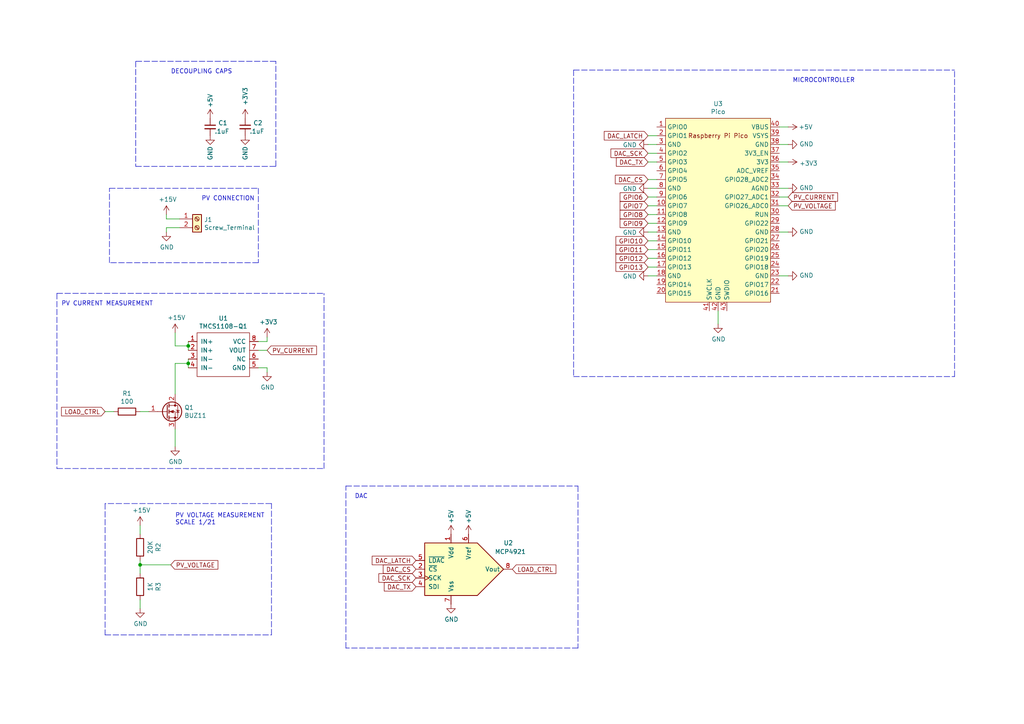
<source format=kicad_sch>
(kicad_sch (version 20211123) (generator eeschema)
  (paper "A4")
  (lib_symbols
    (symbol "00myparts:TMCS1108-Q1" (pin_names (offset 1.016))
      (property "Reference" "U" (at 0 10.16 0))
      (property "Value" "00myparts_TMCS1108-Q1" (at 0 7.62 0))
      (symbol "TMCS1108-Q1_0_1"
        (rectangle (start -7.62 6.35) (end 7.62 -6.35))
      )
      (symbol "TMCS1108-Q1_1_1"
        (pin input line (at -10.16 3.81 0) (length 2.54) (name "IN+") (number "1"))
        (pin input line (at -10.16 1.27 0) (length 2.54) (name "IN+") (number "2"))
        (pin input line (at -10.16 -1.27 0) (length 2.54) (name "IN-") (number "3"))
        (pin input line (at -10.16 -3.81 0) (length 2.54) (name "IN-") (number "4"))
        (pin input line (at 10.16 -3.81 180) (length 2.54) (name "GND") (number "5"))
        (pin input line (at 10.16 -1.27 180) (length 2.54) (name "NC") (number "6"))
        (pin input line (at 10.16 1.27 180) (length 2.54) (name "VOUT") (number "7"))
        (pin input line (at 10.16 3.81 180) (length 2.54) (name "VCC") (number "8"))
      )
    )
    (symbol "Analog_DAC:MCP4921" (pin_names (offset 1.016))
      (property "Reference" "U" (at 6.35 10.795 0))
      (property "Value" "MCP4921" (at 6.35 8.89 0))
      (symbol "MCP4921_0_0"
        (polyline (pts (xy 15.24 0) (xy 7.62 7.62) (xy -7.62 7.62) (xy -7.62 -7.62) (xy 7.62 -7.62) (xy 15.24 0)) (stroke (width 0.254)) (fill (type background)))
      )
      (symbol "MCP4921_1_1"
        (pin power_in line (at 0 10.16 270) (length 2.54) (name "Vdd") (number "1"))
        (pin input line (at -10.16 0 0) (length 2.54) (name "~{CS}") (number "2"))
        (pin input clock (at -10.16 -2.54 0) (length 2.54) (name "SCK") (number "3"))
        (pin input line (at -10.16 -5.08 0) (length 2.54) (name "SDI") (number "4"))
        (pin input line (at -10.16 2.54 0) (length 2.54) (name "~{LDAC}") (number "5"))
        (pin power_in line (at 5.08 10.16 270) (length 2.54) (name "Vref") (number "6"))
        (pin power_in line (at 0 -10.16 90) (length 2.54) (name "Vss") (number "7"))
        (pin output line (at 17.78 0 180) (length 2.54) (name "Vout") (number "8"))
      )
    )
    (symbol "Connector:Screw_Terminal_01x02" (pin_names (offset 1.016) hide)
      (property "Reference" "J" (at 0 2.54 0))
      (property "Value" "Screw_Terminal_01x02" (at 0 -5.08 0))
      (symbol "Screw_Terminal_01x02_1_1"
        (rectangle (start -1.27 1.27) (end 1.27 -3.81) (stroke (width 0.254)) (fill (type background)))
        (circle (center 0 -2.54) (radius 0.635) (stroke (width 0.1524)))
        (polyline (pts (xy -0.5334 -2.2098) (xy 0.3302 -3.048)) (stroke (width 0.1524)))
        (polyline (pts (xy -0.5334 0.3302) (xy 0.3302 -0.508)) (stroke (width 0.1524)))
        (polyline (pts (xy -0.3556 -2.032) (xy 0.508 -2.8702)) (stroke (width 0.1524)))
        (polyline (pts (xy -0.3556 0.508) (xy 0.508 -0.3302)) (stroke (width 0.1524)))
        (circle (center 0 0) (radius 0.635) (stroke (width 0.1524)))
        (pin passive line (at -5.08 0 0) (length 3.81) (name "Pin_1") (number "1"))
        (pin passive line (at -5.08 -2.54 0) (length 3.81) (name "Pin_2") (number "2"))
      )
    )
    (symbol "Device:C_Small" (pin_numbers hide) (pin_names (offset 0.254) hide)
      (property "Reference" "C" (at 0.254 1.778 0))
      (property "Value" "C_Small" (at 0.254 -2.032 0))
      (symbol "C_Small_0_1"
        (polyline (pts (xy -1.524 -0.508) (xy 1.524 -0.508)) (stroke (width 0.3302)))
        (polyline (pts (xy -1.524 0.508) (xy 1.524 0.508)) (stroke (width 0.3048)))
      )
      (symbol "C_Small_1_1"
        (pin passive line (at 0 2.54 270) (length 2.032) (name "~") (number "1"))
        (pin passive line (at 0 -2.54 90) (length 2.032) (name "~") (number "2"))
      )
    )
    (symbol "Device:R" (pin_numbers hide) (pin_names (offset 0))
      (property "Reference" "R" (at 2.032 0 90))
      (property "Value" "R" (at 0 0 90))
      (symbol "R_0_1"
        (rectangle (start -1.016 -2.54) (end 1.016 2.54) (stroke (width 0.254)))
      )
      (symbol "R_1_1"
        (pin passive line (at 0 3.81 270) (length 1.27) (name "~") (number "1"))
        (pin passive line (at 0 -3.81 90) (length 1.27) (name "~") (number "2"))
      )
    )
    (symbol "MCU_RaspberryPi_and_Boards:Pico"
      (property "Reference" "U" (at -13.97 27.94 0))
      (property "Value" "MCU_RaspberryPi_and_Boards_Pico" (at 0 19.05 0))
      (symbol "Pico_0_0"
        (text "Raspberry Pi Pico" (at 0 21.59 0) (effects (font (size 1.27 1.27))))
      )
      (symbol "Pico_0_1"
        (rectangle (start -15.24 26.67) (end 15.24 -26.67) (fill (type background)))
      )
      (symbol "Pico_1_1"
        (pin bidirectional line (at -17.78 24.13 0) (length 2.54) (name "GPIO0") (number "1"))
        (pin bidirectional line (at -17.78 1.27 0) (length 2.54) (name "GPIO7") (number "10"))
        (pin bidirectional line (at -17.78 -1.27 0) (length 2.54) (name "GPIO8") (number "11"))
        (pin bidirectional line (at -17.78 -3.81 0) (length 2.54) (name "GPIO9") (number "12"))
        (pin power_in line (at -17.78 -6.35 0) (length 2.54) (name "GND") (number "13"))
        (pin bidirectional line (at -17.78 -8.89 0) (length 2.54) (name "GPIO10") (number "14"))
        (pin bidirectional line (at -17.78 -11.43 0) (length 2.54) (name "GPIO11") (number "15"))
        (pin bidirectional line (at -17.78 -13.97 0) (length 2.54) (name "GPIO12") (number "16"))
        (pin bidirectional line (at -17.78 -16.51 0) (length 2.54) (name "GPIO13") (number "17"))
        (pin power_in line (at -17.78 -19.05 0) (length 2.54) (name "GND") (number "18"))
        (pin bidirectional line (at -17.78 -21.59 0) (length 2.54) (name "GPIO14") (number "19"))
        (pin bidirectional line (at -17.78 21.59 0) (length 2.54) (name "GPIO1") (number "2"))
        (pin bidirectional line (at -17.78 -24.13 0) (length 2.54) (name "GPIO15") (number "20"))
        (pin bidirectional line (at 17.78 -24.13 180) (length 2.54) (name "GPIO16") (number "21"))
        (pin bidirectional line (at 17.78 -21.59 180) (length 2.54) (name "GPIO17") (number "22"))
        (pin power_in line (at 17.78 -19.05 180) (length 2.54) (name "GND") (number "23"))
        (pin bidirectional line (at 17.78 -16.51 180) (length 2.54) (name "GPIO18") (number "24"))
        (pin bidirectional line (at 17.78 -13.97 180) (length 2.54) (name "GPIO19") (number "25"))
        (pin bidirectional line (at 17.78 -11.43 180) (length 2.54) (name "GPIO20") (number "26"))
        (pin bidirectional line (at 17.78 -8.89 180) (length 2.54) (name "GPIO21") (number "27"))
        (pin power_in line (at 17.78 -6.35 180) (length 2.54) (name "GND") (number "28"))
        (pin bidirectional line (at 17.78 -3.81 180) (length 2.54) (name "GPIO22") (number "29"))
        (pin power_in line (at -17.78 19.05 0) (length 2.54) (name "GND") (number "3"))
        (pin input line (at 17.78 -1.27 180) (length 2.54) (name "RUN") (number "30"))
        (pin bidirectional line (at 17.78 1.27 180) (length 2.54) (name "GPIO26_ADC0") (number "31"))
        (pin bidirectional line (at 17.78 3.81 180) (length 2.54) (name "GPIO27_ADC1") (number "32"))
        (pin power_in line (at 17.78 6.35 180) (length 2.54) (name "AGND") (number "33"))
        (pin bidirectional line (at 17.78 8.89 180) (length 2.54) (name "GPIO28_ADC2") (number "34"))
        (pin power_in line (at 17.78 11.43 180) (length 2.54) (name "ADC_VREF") (number "35"))
        (pin power_in line (at 17.78 13.97 180) (length 2.54) (name "3V3") (number "36"))
        (pin input line (at 17.78 16.51 180) (length 2.54) (name "3V3_EN") (number "37"))
        (pin bidirectional line (at 17.78 19.05 180) (length 2.54) (name "GND") (number "38"))
        (pin power_in line (at 17.78 21.59 180) (length 2.54) (name "VSYS") (number "39"))
        (pin bidirectional line (at -17.78 16.51 0) (length 2.54) (name "GPIO2") (number "4"))
        (pin power_in line (at 17.78 24.13 180) (length 2.54) (name "VBUS") (number "40"))
        (pin input line (at -2.54 -29.21 90) (length 2.54) (name "SWCLK") (number "41"))
        (pin power_in line (at 0 -29.21 90) (length 2.54) (name "GND") (number "42"))
        (pin bidirectional line (at 2.54 -29.21 90) (length 2.54) (name "SWDIO") (number "43"))
        (pin bidirectional line (at -17.78 13.97 0) (length 2.54) (name "GPIO3") (number "5"))
        (pin bidirectional line (at -17.78 11.43 0) (length 2.54) (name "GPIO4") (number "6"))
        (pin bidirectional line (at -17.78 8.89 0) (length 2.54) (name "GPIO5") (number "7"))
        (pin power_in line (at -17.78 6.35 0) (length 2.54) (name "GND") (number "8"))
        (pin bidirectional line (at -17.78 3.81 0) (length 2.54) (name "GPIO6") (number "9"))
      )
    )
    (symbol "Transistor_FET:BUZ11" (pin_names hide)
      (property "Reference" "Q" (at 6.35 1.905 0))
      (property "Value" "BUZ11" (at 6.35 0 0))
      (symbol "BUZ11_0_1"
        (polyline (pts (xy 0.254 0) (xy -2.54 0)))
        (polyline (pts (xy 0.254 1.905) (xy 0.254 -1.905)) (stroke (width 0.254)))
        (polyline (pts (xy 0.762 -1.27) (xy 0.762 -2.286)) (stroke (width 0.254)))
        (polyline (pts (xy 0.762 0.508) (xy 0.762 -0.508)) (stroke (width 0.254)))
        (polyline (pts (xy 0.762 2.286) (xy 0.762 1.27)) (stroke (width 0.254)))
        (polyline (pts (xy 2.54 2.54) (xy 2.54 1.778)))
        (polyline (pts (xy 2.54 -2.54) (xy 2.54 0) (xy 0.762 0)))
        (polyline (pts (xy 0.762 -1.778) (xy 3.302 -1.778) (xy 3.302 1.778) (xy 0.762 1.778)))
        (polyline (pts (xy 1.016 0) (xy 2.032 0.381) (xy 2.032 -0.381) (xy 1.016 0)) (fill (type outline)))
        (polyline (pts (xy 2.794 0.508) (xy 2.921 0.381) (xy 3.683 0.381) (xy 3.81 0.254)))
        (polyline (pts (xy 3.302 0.381) (xy 2.921 -0.254) (xy 3.683 -0.254) (xy 3.302 0.381)))
        (circle (center 1.651 0) (radius 2.794) (stroke (width 0.254)))
        (circle (center 2.54 -1.778) (radius 0.254) (fill (type outline)))
        (circle (center 2.54 1.778) (radius 0.254) (fill (type outline)))
      )
      (symbol "BUZ11_1_1"
        (pin input line (at -5.08 0 0) (length 2.54) (name "G") (number "1"))
        (pin passive line (at 2.54 5.08 270) (length 2.54) (name "D") (number "2"))
        (pin passive line (at 2.54 -5.08 90) (length 2.54) (name "S") (number "3"))
      )
    )
    (symbol "power:+15V" (power) (pin_names (offset 0))
      (property "Value" "+15V" (at 0 3.556 0))
      (symbol "+15V_0_1"
        (polyline (pts (xy -0.762 1.27) (xy 0 2.54)))
        (polyline (pts (xy 0 0) (xy 0 2.54)))
        (polyline (pts (xy 0 2.54) (xy 0.762 1.27)))
      )
      (symbol "+15V_1_1"
        (pin power_in line (at 0 0 90) (length 0) hide (name "+15V") (number "1"))
      )
    )
    (symbol "power:+3.3V" (power) (pin_names (offset 0))
      (property "Value" "+3.3V" (at 0 3.556 0))
      (symbol "+3.3V_0_1"
        (polyline (pts (xy -0.762 1.27) (xy 0 2.54)))
        (polyline (pts (xy 0 0) (xy 0 2.54)))
        (polyline (pts (xy 0 2.54) (xy 0.762 1.27)))
      )
      (symbol "+3.3V_1_1"
        (pin power_in line (at 0 0 90) (length 0) hide (name "+3V3") (number "1"))
      )
    )
    (symbol "power:+5V" (power) (pin_names (offset 0))
      (property "Value" "+5V" (at 0 3.556 0))
      (symbol "+5V_0_1"
        (polyline (pts (xy -0.762 1.27) (xy 0 2.54)))
        (polyline (pts (xy 0 0) (xy 0 2.54)))
        (polyline (pts (xy 0 2.54) (xy 0.762 1.27)))
      )
      (symbol "+5V_1_1"
        (pin power_in line (at 0 0 90) (length 0) hide (name "+5V") (number "1"))
      )
    )
    (symbol "power:GND" (power) (pin_names (offset 0))
      (property "Value" "GND" (at 0 -3.81 0))
      (symbol "GND_0_1"
        (polyline (pts (xy 0 0) (xy 0 -1.27) (xy 1.27 -1.27) (xy 0 -2.54) (xy -1.27 -1.27) (xy 0 -1.27)))
      )
      (symbol "GND_1_1"
        (pin power_in line (at 0 0 270) (length 0) hide (name "GND") (number "1"))
      )
    )
  )
  (junction (at 40.64 163.83))
  (junction (at 54.61 105.41))
  (junction (at 54.61 100.33))
  (wire (pts (xy 226.06 67.31) (xy 228.6 67.31)))
  (polyline (pts (xy 16.51 85.09) (xy 93.98 85.09)))
  (wire (pts (xy 40.64 163.83) (xy 40.64 166.37)))
  (wire (pts (xy 226.06 57.15) (xy 228.6 57.15)))
  (wire (pts (xy 54.61 105.41) (xy 50.8 105.41)))
  (wire (pts (xy 190.5 62.23) (xy 187.96 62.23)))
  (wire (pts (xy 54.61 100.33) (xy 54.61 101.6)))
  (wire (pts (xy 50.8 124.46) (xy 50.8 129.54)))
  (wire (pts (xy 52.07 66.04) (xy 48.26 66.04)))
  (wire (pts (xy 77.47 106.68) (xy 77.47 107.95)))
  (polyline (pts (xy 166.37 20.32) (xy 276.86 20.32)))
  (wire (pts (xy 52.07 63.5) (xy 48.26 63.5)))
  (wire (pts (xy 190.5 57.15) (xy 187.96 57.15)))
  (wire (pts (xy 190.5 69.85) (xy 187.96 69.85)))
  (wire (pts (xy 190.5 74.93) (xy 187.96 74.93)))
  (polyline (pts (xy 31.75 54.61) (xy 74.93 54.61)))
  (polyline (pts (xy 74.93 76.2) (xy 31.75 76.2)))
  (polyline (pts (xy 16.51 135.89) (xy 93.98 135.89)))
  (wire (pts (xy 40.64 162.56) (xy 40.64 163.83)))
  (wire (pts (xy 50.8 96.52) (xy 50.8 100.33)))
  (polyline (pts (xy 167.64 140.97) (xy 167.64 187.96)))
  (wire (pts (xy 77.47 99.06) (xy 77.47 97.79)))
  (wire (pts (xy 187.96 80.01) (xy 190.5 80.01)))
  (wire (pts (xy 226.06 46.99) (xy 228.6 46.99)))
  (wire (pts (xy 190.5 59.69) (xy 187.96 59.69)))
  (wire (pts (xy 54.61 104.14) (xy 54.61 105.41)))
  (polyline (pts (xy 276.86 109.22) (xy 276.86 20.32)))
  (wire (pts (xy 74.93 99.06) (xy 77.47 99.06)))
  (wire (pts (xy 190.5 46.99) (xy 187.96 46.99)))
  (wire (pts (xy 74.93 101.6) (xy 77.47 101.6)))
  (polyline (pts (xy 74.93 54.61) (xy 74.93 76.2)))
  (wire (pts (xy 228.6 41.91) (xy 226.06 41.91)))
  (wire (pts (xy 40.64 119.38) (xy 43.18 119.38)))
  (wire (pts (xy 48.26 66.04) (xy 48.26 67.31)))
  (polyline (pts (xy 30.48 146.05) (xy 30.48 184.15)))
  (polyline (pts (xy 167.64 187.96) (xy 100.33 187.96)))
  (wire (pts (xy 54.61 99.06) (xy 54.61 100.33)))
  (polyline (pts (xy 39.37 17.78) (xy 39.37 48.26)))
  (wire (pts (xy 228.6 80.01) (xy 226.06 80.01)))
  (wire (pts (xy 187.96 67.31) (xy 190.5 67.31)))
  (polyline (pts (xy 31.75 76.2) (xy 31.75 54.61)))
  (wire (pts (xy 190.5 52.07) (xy 187.96 52.07)))
  (polyline (pts (xy 30.48 184.15) (xy 78.74 184.15)))
  (polyline (pts (xy 80.01 48.26) (xy 80.01 17.78)))
  (wire (pts (xy 33.02 119.38) (xy 30.48 119.38)))
  (polyline (pts (xy 166.37 20.32) (xy 166.37 109.22)))
  (wire (pts (xy 50.8 105.41) (xy 50.8 114.3)))
  (wire (pts (xy 208.28 90.17) (xy 208.28 93.98)))
  (wire (pts (xy 228.6 36.83) (xy 226.06 36.83)))
  (wire (pts (xy 54.61 105.41) (xy 54.61 106.68)))
  (wire (pts (xy 50.8 100.33) (xy 54.61 100.33)))
  (wire (pts (xy 187.96 54.61) (xy 190.5 54.61)))
  (wire (pts (xy 187.96 41.91) (xy 190.5 41.91)))
  (polyline (pts (xy 166.37 109.22) (xy 276.86 109.22)))
  (wire (pts (xy 40.64 173.99) (xy 40.64 176.53)))
  (wire (pts (xy 190.5 44.45) (xy 187.96 44.45)))
  (polyline (pts (xy 16.51 85.09) (xy 16.51 135.89)))
  (polyline (pts (xy 100.33 140.97) (xy 167.64 140.97)))
  (wire (pts (xy 49.53 163.83) (xy 40.64 163.83)))
  (polyline (pts (xy 80.01 17.78) (xy 39.37 17.78)))
  (wire (pts (xy 190.5 39.37) (xy 187.96 39.37)))
  (wire (pts (xy 190.5 64.77) (xy 187.96 64.77)))
  (polyline (pts (xy 93.98 135.89) (xy 93.98 85.09)))
  (polyline (pts (xy 100.33 187.96) (xy 100.33 140.97)))
  (wire (pts (xy 226.06 54.61) (xy 228.6 54.61)))
  (polyline (pts (xy 78.74 184.15) (xy 78.74 146.05)))
  (wire (pts (xy 74.93 106.68) (xy 77.47 106.68)))
  (polyline (pts (xy 78.74 146.05) (xy 30.48 146.05)))
  (wire (pts (xy 190.5 77.47) (xy 187.96 77.47)))
  (polyline (pts (xy 39.37 48.26) (xy 80.01 48.26)))
  (wire (pts (xy 40.64 152.4) (xy 40.64 154.94)))
  (wire (pts (xy 48.26 63.5) (xy 48.26 62.23)))
  (wire (pts (xy 226.06 59.69) (xy 228.6 59.69)))
  (wire (pts (xy 190.5 72.39) (xy 187.96 72.39)))
  (text "PV CURRENT MEASUREMENT" (at 17.78 88.9 0) (effects (font (size 1.27 1.27)) (justify left bottom)))
  (text "DAC" (at 102.87 144.78 0) (effects (font (size 1.27 1.27)) (justify left bottom)))
  (text "PV VOLTAGE MEASUREMENT\nSCALE 1/21" (at 50.8 152.4 0) (effects (font (size 1.27 1.27)) (justify left bottom)))
  (text "PV CONNECTION" (at 58.42 58.42 0) (effects (font (size 1.27 1.27)) (justify left bottom)))
  (text "MICROCONTROLLER" (at 229.87 24.13 0) (effects (font (size 1.27 1.27)) (justify left bottom)))
  (text "DECOUPLING CAPS" (at 49.53 21.59 0) (effects (font (size 1.27 1.27)) (justify left bottom)))
  (global_label "GPIO11" (shape input) (at 187.96 72.39 180) (property "Intersheet References" "${INTERSHEET_REFS}" (effects hide)))
  (global_label "LOAD_CTRL" (shape input) (at 148.59 165.1 0) (property "Intersheet References" "${INTERSHEET_REFS}" (effects hide)))
  (global_label "PV_VOLTAGE" (shape input) (at 49.53 163.83 0) (property "Intersheet References" "${INTERSHEET_REFS}" (effects hide)))
  (global_label "GPIO7" (shape input) (at 187.96 59.69 180) (property "Intersheet References" "${INTERSHEET_REFS}" (effects hide)))
  (global_label "DAC_TX" (shape input) (at 187.96 46.99 180) (property "Intersheet References" "${INTERSHEET_REFS}" (effects hide)))
  (global_label "DAC_CS" (shape input) (at 120.65 165.1 180) (property "Intersheet References" "${INTERSHEET_REFS}" (effects hide)))
  (global_label "GPIO10" (shape input) (at 187.96 69.85 180) (property "Intersheet References" "${INTERSHEET_REFS}" (effects hide)))
  (global_label "GPIO9" (shape input) (at 187.96 64.77 180) (property "Intersheet References" "${INTERSHEET_REFS}" (effects hide)))
  (global_label "GPIO6" (shape input) (at 187.96 57.15 180) (property "Intersheet References" "${INTERSHEET_REFS}" (effects hide)))
  (global_label "PV_CURRENT" (shape input) (at 228.6 57.15 0) (property "Intersheet References" "${INTERSHEET_REFS}" (effects hide)))
  (global_label "LOAD_CTRL" (shape input) (at 30.48 119.38 180) (property "Intersheet References" "${INTERSHEET_REFS}" (effects hide)))
  (global_label "DAC_LATCH" (shape input) (at 120.65 162.56 180) (property "Intersheet References" "${INTERSHEET_REFS}" (effects hide)))
  (global_label "DAC_SCK" (shape input) (at 120.65 167.64 180) (property "Intersheet References" "${INTERSHEET_REFS}" (effects hide)))
  (global_label "GPIO12" (shape input) (at 187.96 74.93 180) (property "Intersheet References" "${INTERSHEET_REFS}" (effects hide)))
  (global_label "PV_CURRENT" (shape input) (at 77.47 101.6 0) (property "Intersheet References" "${INTERSHEET_REFS}" (effects hide)))
  (global_label "PV_VOLTAGE" (shape input) (at 228.6 59.69 0) (property "Intersheet References" "${INTERSHEET_REFS}" (effects hide)))
  (global_label "DAC_TX" (shape input) (at 120.65 170.18 180) (property "Intersheet References" "${INTERSHEET_REFS}" (effects hide)))
  (global_label "DAC_SCK" (shape input) (at 187.96 44.45 180) (property "Intersheet References" "${INTERSHEET_REFS}" (effects hide)))
  (global_label "GPIO8" (shape input) (at 187.96 62.23 180) (property "Intersheet References" "${INTERSHEET_REFS}" (effects hide)))
  (global_label "DAC_LATCH" (shape input) (at 187.96 39.37 180) (property "Intersheet References" "${INTERSHEET_REFS}" (effects hide)))
  (global_label "DAC_CS" (shape input) (at 187.96 52.07 180) (property "Intersheet References" "${INTERSHEET_REFS}" (effects hide)))
  (global_label "GPIO13" (shape input) (at 187.96 77.47 180) (property "Intersheet References" "${INTERSHEET_REFS}" (effects hide)))
  (symbol (lib_id "Connector:Screw_Terminal_01x02") (at 57.15 63.5 0) (unit 1)
    (property "Reference" "J1" (at 59.182 63.7032 0) (effects (justify left)))
    (property "Value" "Screw_Terminal" (at 59.182 66.0146 0) (effects (justify left)))
    (property "Footprint" "Connector_Phoenix_GMSTB:PhoenixContact_GMSTBVA_2,5_2-G-7,62_1x02_P7.62mm_Vertical" (effects hide))
  )
  (symbol (lib_id "power:+15V") (at 48.26 62.23 0) (unit 1)
    (property "Reference" "#PWR03" (effects hide))
    (property "Value" "+15V" (at 48.641 57.8358 0))
  )
  (symbol (lib_id "Transistor_FET:BUZ11") (at 48.26 119.38 0) (unit 1)
    (property "Reference" "Q1" (at 53.467 118.2116 0) (effects (justify left)))
    (property "Value" "BUZ11" (at 53.467 120.523 0) (effects (justify left)))
    (property "Footprint" "Package_TO_SOT_THT:TO-220-3_Vertical" (effects hide))
    (property "Datasheet" "http://www.fairchildsemi.com/ds/BU/BUZ11.pdf" (effects hide))
  )
  (symbol (lib_id "power:+15V") (at 50.8 96.52 0) (unit 1)
    (property "Reference" "#PWR05" (effects hide))
    (property "Value" "+15V" (at 51.181 92.1258 0))
  )
  (symbol (lib_id "power:GND") (at 77.47 107.95 0) (unit 1)
    (property "Reference" "#PWR012" (effects hide))
    (property "Value" "GND" (at 77.597 112.3442 0))
  )
  (symbol (lib_id "power:GND") (at 48.26 67.31 0) (unit 1)
    (property "Reference" "#PWR04" (effects hide))
    (property "Value" "GND" (at 48.387 71.7042 0))
  )
  (symbol (lib_id "power:GND") (at 50.8 129.54 0) (unit 1)
    (property "Reference" "#PWR06" (effects hide))
    (property "Value" "GND" (at 50.927 133.9342 0))
  )
  (symbol (lib_id "Device:R") (at 40.64 158.75 180) (unit 1)
    (property "Reference" "R2" (at 45.8978 158.75 90))
    (property "Value" "20K" (at 43.5864 158.75 90))
    (property "Footprint" "Resistor_THT:R_Axial_DIN0204_L3.6mm_D1.6mm_P5.08mm_Horizontal" (effects hide))
  )
  (symbol (lib_id "Device:R") (at 40.64 170.18 180) (unit 1)
    (property "Reference" "R3" (at 45.8978 170.18 90))
    (property "Value" "1K" (at 43.5864 170.18 90))
    (property "Footprint" "Resistor_THT:R_Axial_DIN0204_L3.6mm_D1.6mm_P5.08mm_Horizontal" (effects hide))
  )
  (symbol (lib_id "power:GND") (at 40.64 176.53 0) (unit 1)
    (property "Reference" "#PWR02" (effects hide))
    (property "Value" "GND" (at 40.767 180.9242 0))
  )
  (symbol (lib_id "power:+15V") (at 40.64 152.4 0) (unit 1)
    (property "Reference" "#PWR01" (effects hide))
    (property "Value" "+15V" (at 41.021 148.0058 0))
  )
  (symbol (lib_id "00myparts:TMCS1108-Q1") (at 64.77 102.87 0) (unit 1)
    (property "Reference" "U1" (at 64.77 92.329 0))
    (property "Value" "TMCS1108-Q1" (at 64.77 94.6404 0))
    (property "Footprint" "Package_SO:SOIC-8_3.9x4.9mm_P1.27mm" (effects hide))
  )
  (symbol (lib_id "Device:C_Small") (at 71.12 36.83 0) (unit 1)
    (property "Reference" "C2" (at 73.4568 35.6616 0) (effects (justify left)))
    (property "Value" ".1uF" (at 72.39 38.1 0) (effects (justify left)))
    (property "Footprint" "Capacitor_THT:C_Disc_D5.0mm_W2.5mm_P5.00mm" (effects hide))
  )
  (symbol (lib_id "power:GND") (at 71.12 39.37 0) (unit 1)
    (property "Reference" "#PWR010" (effects hide))
    (property "Value" "GND" (at 71.12 44.45 90))
  )
  (symbol (lib_id "Device:R") (at 36.83 119.38 270) (unit 1)
    (property "Reference" "R1" (at 36.83 114.1222 90))
    (property "Value" "100" (at 36.83 116.4336 90))
    (property "Footprint" "Resistor_THT:R_Axial_DIN0204_L3.6mm_D1.6mm_P5.08mm_Horizontal" (effects hide))
  )
  (symbol (lib_id "MCU_RaspberryPi_and_Boards:Pico") (at 208.28 60.96 0) (unit 1)
    (property "Reference" "U3" (at 208.28 30.099 0))
    (property "Value" "Pico" (at 208.28 32.4104 0))
    (property "Footprint" "MCU_RaspberryPi_and_Boards:RPi_Pico_SMD_TH" (effects hide))
  )
  (symbol (lib_id "power:GND") (at 208.28 93.98 0) (unit 1)
    (property "Reference" "#PWR032" (effects hide))
    (property "Value" "GND" (at 208.407 98.3742 0))
  )
  (symbol (lib_id "power:GND") (at 228.6 80.01 90) (unit 1)
    (property "Reference" "#PWR038" (effects hide))
    (property "Value" "GND" (at 231.8512 79.883 90) (effects (justify right)))
  )
  (symbol (lib_id "power:GND") (at 187.96 80.01 270) (unit 1)
    (property "Reference" "#PWR031" (effects hide))
    (property "Value" "GND" (at 184.7088 80.137 90) (effects (justify right)))
  )
  (symbol (lib_id "power:GND") (at 187.96 67.31 270) (unit 1)
    (property "Reference" "#PWR030" (effects hide))
    (property "Value" "GND" (at 184.7088 67.437 90) (effects (justify right)))
  )
  (symbol (lib_id "power:GND") (at 187.96 41.91 270) (unit 1)
    (property "Reference" "#PWR028" (effects hide))
    (property "Value" "GND" (at 184.7088 42.037 90) (effects (justify right)))
  )
  (symbol (lib_id "power:GND") (at 187.96 54.61 270) (unit 1)
    (property "Reference" "#PWR029" (effects hide))
    (property "Value" "GND" (at 184.7088 54.737 90) (effects (justify right)))
  )
  (symbol (lib_id "power:GND") (at 228.6 41.91 90) (unit 1)
    (property "Reference" "#PWR034" (effects hide))
    (property "Value" "GND" (at 231.8512 41.783 90) (effects (justify right)))
  )
  (symbol (lib_id "power:GND") (at 228.6 54.61 90) (unit 1)
    (property "Reference" "#PWR036" (effects hide))
    (property "Value" "GND" (at 231.8512 54.483 90) (effects (justify right)))
  )
  (symbol (lib_id "power:GND") (at 228.6 67.31 90) (unit 1)
    (property "Reference" "#PWR037" (effects hide))
    (property "Value" "GND" (at 231.8512 67.183 90) (effects (justify right)))
  )
  (symbol (lib_id "power:+5V") (at 228.6 36.83 270) (unit 1)
    (property "Reference" "#PWR033" (effects hide))
    (property "Value" "+5V" (at 233.68 36.83 90))
  )
  (symbol (lib_id "power:+3.3V") (at 228.6 46.99 270) (unit 1)
    (property "Reference" "#PWR035" (effects hide))
    (property "Value" "+3.3V" (at 231.8512 47.371 90) (effects (justify left)))
  )
  (symbol (lib_id "power:+3.3V") (at 77.47 97.79 0) (unit 1)
    (property "Reference" "#PWR011" (effects hide))
    (property "Value" "+3.3V" (at 77.851 93.3958 0))
  )
  (symbol (lib_id "Analog_DAC:MCP4921") (at 130.81 165.1 0) (unit 1)
    (property "Reference" "U2" (at 146.05 157.48 0) (effects (justify left)))
    (property "Value" "MCP4921" (at 143.51 160.02 0) (effects (justify left)))
    (property "Footprint" "Package_SO:SOIC-8_3.9x4.9mm_P1.27mm" (effects hide))
    (property "Datasheet" "http://ww1.microchip.com/downloads/en/DeviceDoc/22248a.pdf" (effects hide))
  )
  (symbol (lib_id "power:+5V") (at 130.81 154.94 0) (unit 1)
    (property "Reference" "#PWR025" (effects hide))
    (property "Value" "+5V" (at 130.81 149.86 90))
  )
  (symbol (lib_id "power:+5V") (at 135.89 154.94 0) (unit 1)
    (property "Reference" "#PWR027" (effects hide))
    (property "Value" "+5V" (at 135.89 149.86 90))
  )
  (symbol (lib_id "power:GND") (at 130.81 175.26 0) (unit 1)
    (property "Reference" "#PWR026" (effects hide))
    (property "Value" "GND" (at 130.937 179.6542 0))
  )
  (symbol (lib_id "Device:C_Small") (at 60.96 36.83 0) (unit 1)
    (property "Reference" "C1" (at 63.2968 35.6616 0) (effects (justify left)))
    (property "Value" ".1uF" (at 62.23 38.1 0) (effects (justify left)))
    (property "Footprint" "Capacitor_THT:C_Disc_D5.0mm_W2.5mm_P5.00mm" (effects hide))
  )
  (symbol (lib_id "power:GND") (at 60.96 39.37 0) (unit 1)
    (property "Reference" "#PWR08" (effects hide))
    (property "Value" "GND" (at 60.96 44.45 90))
  )
  (symbol (lib_id "power:+5V") (at 60.96 34.29 0) (unit 1)
    (property "Reference" "#PWR07" (effects hide))
    (property "Value" "+5V" (at 60.96 29.21 90))
  )
  (symbol (lib_id "power:+3.3V") (at 71.12 34.29 0) (unit 1)
    (property "Reference" "#PWR09" (effects hide))
    (property "Value" "+3.3V" (at 71.12 27.94 90))
  )
)
</source>
